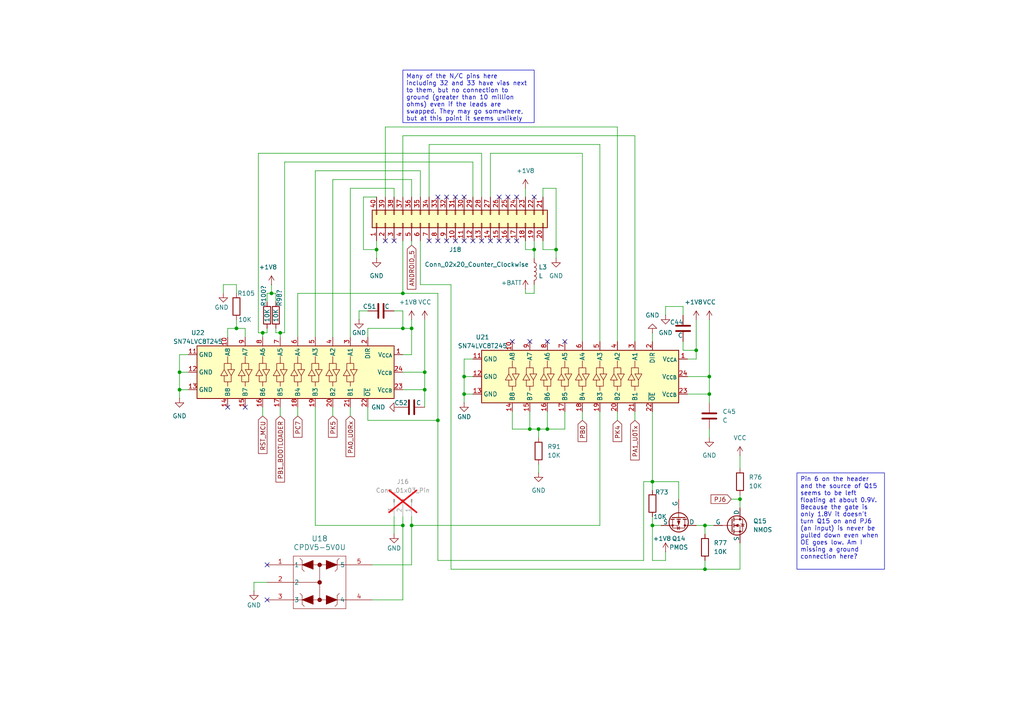
<source format=kicad_sch>
(kicad_sch (version 20250114) (generator "eeschema") (generator_version "9.0")
  (paper "A4")
  (lib_symbols
    (symbol "CPDV5:CPDV5-5V0U" (pin_names (offset 0.254))
      (property "Reference" "CR" (at 16.51 7.62 0))
      (property "Value" "CPDV5-5V0U" (at 20.32 5.08 0))
      (symbol "CPDV5-5V0U_0_1"
        (polyline (pts (xy 7.62 2.54) (xy 7.62 -12.7)) (stroke (width 0.127)))
        (polyline (pts (xy 7.62 0) (xy 22.86 0)) (stroke (width 0.127)))
        (polyline (pts (xy 7.62 -5.08) (xy 15.24 -5.08)) (stroke (width 0.127)))
        (polyline (pts (xy 7.62 -10.16) (xy 22.86 -10.16)) (stroke (width 0.127)))
        (polyline (pts (xy 7.62 -12.7) (xy 22.86 -12.7)) (stroke (width 0.127)))
        (polyline (pts (xy 10.16 1.27) (xy 9.525 1.905)) (stroke (width 0.127)))
        (polyline (pts (xy 10.16 1.27) (xy 10.16 -1.27)) (stroke (width 0.127)))
        (polyline (pts (xy 10.16 0) (xy 13.335 -1.27)) (stroke (width 0.127)))
        (polyline (pts (xy 10.16 0) (xy 13.335 1.27) (xy 13.335 -1.27)) (fill (type outline)))
        (polyline (pts (xy 10.16 -1.27) (xy 10.795 -1.905)) (stroke (width 0.127)))
        (polyline (pts (xy 10.16 -8.89) (xy 9.525 -8.255)) (stroke (width 0.127)))
        (polyline (pts (xy 10.16 -8.89) (xy 10.16 -11.43)) (stroke (width 0.127)))
        (polyline (pts (xy 10.16 -10.16) (xy 13.335 -11.43)) (stroke (width 0.127)))
        (polyline (pts (xy 10.16 -10.16) (xy 13.335 -8.89) (xy 13.335 -11.43)) (fill (type outline)))
        (polyline (pts (xy 10.16 -11.43) (xy 10.795 -12.065)) (stroke (width 0.127)))
        (polyline (pts (xy 13.335 1.27) (xy 10.16 0)) (stroke (width 0.127)))
        (polyline (pts (xy 13.335 1.27) (xy 13.335 -1.27)) (stroke (width 0.127)))
        (polyline (pts (xy 13.335 -8.89) (xy 10.16 -10.16)) (stroke (width 0.127)))
        (polyline (pts (xy 13.335 -8.89) (xy 13.335 -11.43)) (stroke (width 0.127)))
        (polyline (pts (xy 15.24 0) (xy 15.24 -10.16)) (stroke (width 0.127)))
        (circle (center 15.24 0) (radius 0.127) (stroke (width 0.508)))
        (circle (center 15.24 -5.08) (radius 0.127) (stroke (width 0.508)))
        (circle (center 15.24 -10.16) (radius 0.127) (stroke (width 0.508)))
        (polyline (pts (xy 17.145 1.27) (xy 17.145 -1.27)) (stroke (width 0.127)))
        (polyline (pts (xy 17.145 1.27) (xy 20.32 0)) (stroke (width 0.127)))
        (polyline (pts (xy 17.145 -8.89) (xy 17.145 -11.43)) (stroke (width 0.127)))
        (polyline (pts (xy 17.145 -8.89) (xy 20.32 -10.16)) (stroke (width 0.127)))
        (polyline (pts (xy 20.32 1.27) (xy 20.32 -1.27)) (stroke (width 0.127)))
        (polyline (pts (xy 20.32 1.27) (xy 20.955 1.905)) (stroke (width 0.127)))
        (polyline (pts (xy 20.32 0) (xy 17.145 -1.27)) (stroke (width 0.127)))
        (polyline (pts (xy 20.32 0) (xy 17.145 1.27) (xy 17.145 -1.27)) (fill (type outline)))
        (polyline (pts (xy 20.32 -1.27) (xy 19.685 -1.905)) (stroke (width 0.127)))
        (polyline (pts (xy 20.32 -8.89) (xy 20.32 -11.43)) (stroke (width 0.127)))
        (polyline (pts (xy 20.32 -8.89) (xy 20.955 -8.255)) (stroke (width 0.127)))
        (polyline (pts (xy 20.32 -10.16) (xy 17.145 -11.43)) (stroke (width 0.127)))
        (polyline (pts (xy 20.32 -10.16) (xy 17.145 -8.89) (xy 17.145 -11.43)) (fill (type outline)))
        (polyline (pts (xy 20.32 -11.43) (xy 19.685 -12.065)) (stroke (width 0.127)))
        (polyline (pts (xy 22.86 2.54) (xy 7.62 2.54)) (stroke (width 0.127)))
        (polyline (pts (xy 22.86 -12.7) (xy 22.86 2.54)) (stroke (width 0.127)))
        (pin unspecified line (at 0 0 0) (length 7.62) (name "1") (number "1"))
        (pin unspecified line (at 0 -5.08 0) (length 7.62) (name "2") (number "2"))
        (pin unspecified line (at 0 -10.16 0) (length 7.62) (name "3") (number "3"))
        (pin unspecified line (at 30.48 0 180) (length 7.62) (name "5") (number "5"))
        (pin unspecified line (at 30.48 -10.16 180) (length 7.62) (name "4") (number "4"))
      )
    )
    (symbol "Connector:Conn_01x03_Pin" (pin_names (offset 1.016) (hide yes))
      (property "Reference" "J" (at 0 5.08 0))
      (property "Value" "Conn_01x03_Pin" (at 0 -5.08 0))
      (symbol "Conn_01x03_Pin_1_1"
        (rectangle (start 0.8636 2.667) (end 0 2.413) (stroke (width 0.1524)) (fill (type outline)))
        (rectangle (start 0.8636 0.127) (end 0 -0.127) (stroke (width 0.1524)) (fill (type outline)))
        (rectangle (start 0.8636 -2.413) (end 0 -2.667) (stroke (width 0.1524)) (fill (type outline)))
        (polyline (pts (xy 1.27 2.54) (xy 0.8636 2.54)) (stroke (width 0.1524)))
        (polyline (pts (xy 1.27 0) (xy 0.8636 0)) (stroke (width 0.1524)))
        (polyline (pts (xy 1.27 -2.54) (xy 0.8636 -2.54)) (stroke (width 0.1524)))
        (pin passive line (at 5.08 2.54 180) (length 3.81) (name "Pin_1") (number "1"))
        (pin passive line (at 5.08 0 180) (length 3.81) (name "Pin_2") (number "2"))
        (pin passive line (at 5.08 -2.54 180) (length 3.81) (name "Pin_3") (number "3"))
      )
    )
    (symbol "Connector_Generic:Conn_02x20_Counter_Clockwise" (pin_names (offset 1.016) (hide yes))
      (property "Reference" "J" (at 1.27 25.4 0))
      (property "Value" "Conn_02x20_Counter_Clockwise" (at 1.27 -27.94 0))
      (symbol "Conn_02x20_Counter_Clockwise_1_1"
        (rectangle (start -1.27 24.13) (end 3.81 -26.67) (stroke (width 0.254)) (fill (type background)))
        (rectangle (start -1.27 22.987) (end 0 22.733) (stroke (width 0.1524)))
        (rectangle (start -1.27 20.447) (end 0 20.193) (stroke (width 0.1524)))
        (rectangle (start -1.27 17.907) (end 0 17.653) (stroke (width 0.1524)))
        (rectangle (start -1.27 15.367) (end 0 15.113) (stroke (width 0.1524)))
        (rectangle (start -1.27 12.827) (end 0 12.573) (stroke (width 0.1524)))
        (rectangle (start -1.27 10.287) (end 0 10.033) (stroke (width 0.1524)))
        (rectangle (start -1.27 7.747) (end 0 7.493) (stroke (width 0.1524)))
        (rectangle (start -1.27 5.207) (end 0 4.953) (stroke (width 0.1524)))
        (rectangle (start -1.27 2.667) (end 0 2.413) (stroke (width 0.1524)))
        (rectangle (start -1.27 0.127) (end 0 -0.127) (stroke (width 0.1524)))
        (rectangle (start -1.27 -2.413) (end 0 -2.667) (stroke (width 0.1524)))
        (rectangle (start -1.27 -4.953) (end 0 -5.207) (stroke (width 0.1524)))
        (rectangle (start -1.27 -7.493) (end 0 -7.747) (stroke (width 0.1524)))
        (rectangle (start -1.27 -10.033) (end 0 -10.287) (stroke (width 0.1524)))
        (rectangle (start -1.27 -12.573) (end 0 -12.827) (stroke (width 0.1524)))
        (rectangle (start -1.27 -15.113) (end 0 -15.367) (stroke (width 0.1524)))
        (rectangle (start -1.27 -17.653) (end 0 -17.907) (stroke (width 0.1524)))
        (rectangle (start -1.27 -20.193) (end 0 -20.447) (stroke (width 0.1524)))
        (rectangle (start -1.27 -22.733) (end 0 -22.987) (stroke (width 0.1524)))
        (rectangle (start -1.27 -25.273) (end 0 -25.527) (stroke (width 0.1524)))
        (rectangle (start 3.81 22.987) (end 2.54 22.733) (stroke (width 0.1524)))
        (rectangle (start 3.81 20.447) (end 2.54 20.193) (stroke (width 0.1524)))
        (rectangle (start 3.81 17.907) (end 2.54 17.653) (stroke (width 0.1524)))
        (rectangle (start 3.81 15.367) (end 2.54 15.113) (stroke (width 0.1524)))
        (rectangle (start 3.81 12.827) (end 2.54 12.573) (stroke (width 0.1524)))
        (rectangle (start 3.81 10.287) (end 2.54 10.033) (stroke (width 0.1524)))
        (rectangle (start 3.81 7.747) (end 2.54 7.493) (stroke (width 0.1524)))
        (rectangle (start 3.81 5.207) (end 2.54 4.953) (stroke (width 0.1524)))
        (rectangle (start 3.81 2.667) (end 2.54 2.413) (stroke (width 0.1524)))
        (rectangle (start 3.81 0.127) (end 2.54 -0.127) (stroke (width 0.1524)))
        (rectangle (start 3.81 -2.413) (end 2.54 -2.667) (stroke (width 0.1524)))
        (rectangle (start 3.81 -4.953) (end 2.54 -5.207) (stroke (width 0.1524)))
        (rectangle (start 3.81 -7.493) (end 2.54 -7.747) (stroke (width 0.1524)))
        (rectangle (start 3.81 -10.033) (end 2.54 -10.287) (stroke (width 0.1524)))
        (rectangle (start 3.81 -12.573) (end 2.54 -12.827) (stroke (width 0.1524)))
        (rectangle (start 3.81 -15.113) (end 2.54 -15.367) (stroke (width 0.1524)))
        (rectangle (start 3.81 -17.653) (end 2.54 -17.907) (stroke (width 0.1524)))
        (rectangle (start 3.81 -20.193) (end 2.54 -20.447) (stroke (width 0.1524)))
        (rectangle (start 3.81 -22.733) (end 2.54 -22.987) (stroke (width 0.1524)))
        (rectangle (start 3.81 -25.273) (end 2.54 -25.527) (stroke (width 0.1524)))
        (pin passive line (at -5.08 22.86 0) (length 3.81) (name "Pin_1") (number "1"))
        (pin passive line (at -5.08 20.32 0) (length 3.81) (name "Pin_2") (number "2"))
        (pin passive line (at -5.08 17.78 0) (length 3.81) (name "Pin_3") (number "3"))
        (pin passive line (at -5.08 15.24 0) (length 3.81) (name "Pin_4") (number "4"))
        (pin passive line (at -5.08 12.7 0) (length 3.81) (name "Pin_5") (number "5"))
        (pin passive line (at -5.08 10.16 0) (length 3.81) (name "Pin_6") (number "6"))
        (pin passive line (at -5.08 7.62 0) (length 3.81) (name "Pin_7") (number "7"))
        (pin passive line (at -5.08 5.08 0) (length 3.81) (name "Pin_8") (number "8"))
        (pin passive line (at -5.08 2.54 0) (length 3.81) (name "Pin_9") (number "9"))
        (pin passive line (at -5.08 0 0) (length 3.81) (name "Pin_10") (number "10"))
        (pin passive line (at -5.08 -2.54 0) (length 3.81) (name "Pin_11") (number "11"))
        (pin passive line (at -5.08 -5.08 0) (length 3.81) (name "Pin_12") (number "12"))
        (pin passive line (at -5.08 -7.62 0) (length 3.81) (name "Pin_13") (number "13"))
        (pin passive line (at -5.08 -10.16 0) (length 3.81) (name "Pin_14") (number "14"))
        (pin passive line (at -5.08 -12.7 0) (length 3.81) (name "Pin_15") (number "15"))
        (pin passive line (at -5.08 -15.24 0) (length 3.81) (name "Pin_16") (number "16"))
        (pin passive line (at -5.08 -17.78 0) (length 3.81) (name "Pin_17") (number "17"))
        (pin passive line (at -5.08 -20.32 0) (length 3.81) (name "Pin_18") (number "18"))
        (pin passive line (at -5.08 -22.86 0) (length 3.81) (name "Pin_19") (number "19"))
        (pin passive line (at -5.08 -25.4 0) (length 3.81) (name "Pin_20") (number "20"))
        (pin passive line (at 7.62 22.86 180) (length 3.81) (name "Pin_40") (number "40"))
        (pin passive line (at 7.62 20.32 180) (length 3.81) (name "Pin_39") (number "39"))
        (pin passive line (at 7.62 17.78 180) (length 3.81) (name "Pin_38") (number "38"))
        (pin passive line (at 7.62 15.24 180) (length 3.81) (name "Pin_37") (number "37"))
        (pin passive line (at 7.62 12.7 180) (length 3.81) (name "Pin_36") (number "36"))
        (pin passive line (at 7.62 10.16 180) (length 3.81) (name "Pin_35") (number "35"))
        (pin passive line (at 7.62 7.62 180) (length 3.81) (name "Pin_34") (number "34"))
        (pin passive line (at 7.62 5.08 180) (length 3.81) (name "Pin_33") (number "33"))
        (pin passive line (at 7.62 2.54 180) (length 3.81) (name "Pin_32") (number "32"))
        (pin passive line (at 7.62 0 180) (length 3.81) (name "Pin_31") (number "31"))
        (pin passive line (at 7.62 -2.54 180) (length 3.81) (name "Pin_30") (number "30"))
        (pin passive line (at 7.62 -5.08 180) (length 3.81) (name "Pin_29") (number "29"))
        (pin passive line (at 7.62 -7.62 180) (length 3.81) (name "Pin_28") (number "28"))
        (pin passive line (at 7.62 -10.16 180) (length 3.81) (name "Pin_27") (number "27"))
        (pin passive line (at 7.62 -12.7 180) (length 3.81) (name "Pin_26") (number "26"))
        (pin passive line (at 7.62 -15.24 180) (length 3.81) (name "Pin_25") (number "25"))
        (pin passive line (at 7.62 -17.78 180) (length 3.81) (name "Pin_24") (number "24"))
        (pin passive line (at 7.62 -20.32 180) (length 3.81) (name "Pin_23") (number "23"))
        (pin passive line (at 7.62 -22.86 180) (length 3.81) (name "Pin_22") (number "22"))
        (pin passive line (at 7.62 -25.4 180) (length 3.81) (name "Pin_21") (number "21"))
      )
    )
    (symbol "Device:C" (pin_numbers (hide yes)) (pin_names (offset 0.254))
      (property "Reference" "C" (at 0.635 2.54 0))
      (property "Value" "C" (at 0.635 -2.54 0))
      (symbol "C_0_1"
        (polyline (pts (xy -2.032 0.762) (xy 2.032 0.762)) (stroke (width 0.508)))
        (polyline (pts (xy -2.032 -0.762) (xy 2.032 -0.762)) (stroke (width 0.508)))
      )
      (symbol "C_1_1"
        (pin passive line (at 0 3.81 270) (length 2.794) (name "~") (number "1"))
        (pin passive line (at 0 -3.81 90) (length 2.794) (name "~") (number "2"))
      )
    )
    (symbol "Device:L" (pin_numbers (hide yes)) (pin_names (offset 1.016) (hide yes))
      (property "Reference" "L" (at -1.27 0 90))
      (property "Value" "L" (at 1.905 0 90))
      (symbol "L_0_1"
        (arc (start 0 2.54) (mid 0.6323 1.905) (end 0 1.27))
        (arc (start 0 1.27) (mid 0.6323 0.635) (end 0 0))
        (arc (start 0 0) (mid 0.6323 -0.635) (end 0 -1.27))
        (arc (start 0 -1.27) (mid 0.6323 -1.905) (end 0 -2.54))
      )
      (symbol "L_1_1"
        (pin passive line (at 0 3.81 270) (length 1.27) (name "1") (number "1"))
        (pin passive line (at 0 -3.81 90) (length 1.27) (name "2") (number "2"))
      )
    )
    (symbol "Device:R" (pin_numbers (hide yes)) (pin_names (offset 0))
      (property "Reference" "R" (at 2.032 0 90))
      (property "Value" "R" (at 0 0 90))
      (symbol "R_0_1"
        (rectangle (start -1.016 -2.54) (end 1.016 2.54) (stroke (width 0.254)))
      )
      (symbol "R_1_1"
        (pin passive line (at 0 3.81 270) (length 1.27) (name "~") (number "1"))
        (pin passive line (at 0 -3.81 90) (length 1.27) (name "~") (number "2"))
      )
    )
    (symbol "SN74LVC8T245_2"
      (property "Reference" "U21" (at -11.43 -25.146 90))
      (property "Value" "SN74LVC8T245" (at -8.89 -25.146 90))
      (symbol "SN74LVC8T245_2_0_1"
        (rectangle (start -7.62 31.75) (end 7.62 -25.4) (stroke (width 0.254)) (fill (type background)))
        (polyline (pts (xy -2.54 19.05) (xy -2.54 20.066) (xy -0.762 20.066)))
        (polyline (pts (xy -2.54 8.89) (xy -2.54 9.906) (xy -0.762 9.906)))
        (polyline (pts (xy -2.54 -1.27) (xy -2.54 -0.254) (xy -0.762 -0.254)))
        (polyline (pts (xy -2.54 -11.43) (xy -2.54 -10.414) (xy -0.762 -10.414)))
        (polyline (pts (xy -0.762 19.05) (xy -0.762 21.082) (xy 1.016 20.066) (xy -0.762 19.05)))
        (polyline (pts (xy -0.762 18.034) (xy -2.54 18.034) (xy -2.54 19.05) (xy -4.572 19.05)))
        (polyline (pts (xy -0.762 8.89) (xy -0.762 10.922) (xy 1.016 9.906) (xy -0.762 8.89)))
        (polyline (pts (xy -0.762 7.874) (xy -2.54 7.874) (xy -2.54 8.89) (xy -4.572 8.89)))
        (polyline (pts (xy -0.762 -1.27) (xy -0.762 0.762) (xy 1.016 -0.254) (xy -0.762 -1.27)))
        (polyline (pts (xy -0.762 -2.286) (xy -2.54 -2.286) (xy -2.54 -1.27) (xy -4.572 -1.27)))
        (polyline (pts (xy -0.762 -11.43) (xy -0.762 -9.398) (xy 1.016 -10.414) (xy -0.762 -11.43)))
        (polyline (pts (xy -0.762 -12.446) (xy -2.54 -12.446) (xy -2.54 -11.43) (xy -4.572 -11.43)))
        (polyline (pts (xy 1.016 20.066) (xy 2.794 20.066) (xy 2.794 19.05) (xy 4.064 19.05)))
        (polyline (pts (xy 1.016 19.05) (xy 1.016 17.272) (xy 1.016 17.018) (xy -0.762 18.034) (xy 1.016 19.05)))
        (polyline (pts (xy 1.016 9.906) (xy 2.794 9.906) (xy 2.794 8.89) (xy 4.064 8.89)))
        (polyline (pts (xy 1.016 8.89) (xy 1.016 7.112) (xy 1.016 6.858) (xy -0.762 7.874) (xy 1.016 8.89)))
        (polyline (pts (xy 1.016 3.81) (xy 1.016 2.032) (xy 1.016 1.778) (xy -0.762 2.794) (xy 1.016 3.81)))
        (polyline (pts (xy 1.016 -0.254) (xy 2.794 -0.254) (xy 2.794 -1.27) (xy 4.064 -1.27)))
        (polyline (pts (xy 1.016 -1.27) (xy 1.016 -3.048) (xy 1.016 -3.302) (xy -0.762 -2.286) (xy 1.016 -1.27)))
        (polyline (pts (xy 1.016 -10.414) (xy 2.794 -10.414) (xy 2.794 -11.43) (xy 4.064 -11.43)))
        (polyline (pts (xy 1.016 -11.43) (xy 1.016 -13.208) (xy 1.016 -13.462) (xy -0.762 -12.446) (xy 1.016 -11.43)))
        (polyline (pts (xy 1.016 -16.51) (xy 1.016 -18.288) (xy 1.016 -18.542) (xy -0.762 -17.526) (xy 1.016 -16.51)))
        (polyline (pts (xy 2.794 19.05) (xy 2.794 18.034) (xy 1.016 18.034)))
        (polyline (pts (xy 2.794 8.89) (xy 2.794 7.874) (xy 1.016 7.874)))
        (polyline (pts (xy 2.794 -1.27) (xy 2.794 -2.286) (xy 1.016 -2.286)))
        (polyline (pts (xy 2.794 -11.43) (xy 2.794 -12.446) (xy 1.016 -12.446)))
      )
      (symbol "SN74LVC8T245_2_1_1"
        (polyline (pts (xy -2.54 13.97) (xy -2.54 14.986) (xy -0.762 14.986)))
        (polyline (pts (xy -2.54 3.81) (xy -2.54 4.826) (xy -0.762 4.826)))
        (polyline (pts (xy -2.54 -6.35) (xy -2.54 -5.334) (xy -0.762 -5.334)))
        (polyline (pts (xy -2.54 -16.51) (xy -2.54 -15.494) (xy -0.762 -15.494)))
        (polyline (pts (xy -0.762 13.97) (xy -0.762 16.002) (xy 1.016 14.986) (xy -0.762 13.97)))
        (polyline (pts (xy -0.762 12.954) (xy -2.54 12.954) (xy -2.54 13.97) (xy -4.572 13.97)))
        (polyline (pts (xy -0.762 3.81) (xy -0.762 5.842) (xy 1.016 4.826) (xy -0.762 3.81)))
        (polyline (pts (xy -0.762 2.794) (xy -2.54 2.794) (xy -2.54 3.81) (xy -4.572 3.81)))
        (polyline (pts (xy -0.762 -6.35) (xy -0.762 -4.318) (xy 1.016 -5.334) (xy -0.762 -6.35)))
        (polyline (pts (xy -0.762 -7.366) (xy -2.54 -7.366) (xy -2.54 -6.35) (xy -4.572 -6.35)))
        (polyline (pts (xy -0.762 -16.51) (xy -0.762 -14.478) (xy 1.016 -15.494) (xy -0.762 -16.51)))
        (polyline (pts (xy -0.762 -17.526) (xy -2.54 -17.526) (xy -2.54 -16.51) (xy -4.572 -16.51)))
        (polyline (pts (xy 1.016 14.986) (xy 2.794 14.986) (xy 2.794 13.97) (xy 4.064 13.97)))
        (polyline (pts (xy 1.016 13.97) (xy 1.016 12.192) (xy 1.016 11.938) (xy -0.762 12.954) (xy 1.016 13.97)))
        (polyline (pts (xy 1.016 4.826) (xy 2.794 4.826) (xy 2.794 3.81) (xy 4.064 3.81)))
        (polyline (pts (xy 1.016 -5.334) (xy 2.794 -5.334) (xy 2.794 -6.35) (xy 4.064 -6.35)))
        (polyline (pts (xy 1.016 -6.35) (xy 1.016 -8.128) (xy 1.016 -8.382) (xy -0.762 -7.366) (xy 1.016 -6.35)))
        (polyline (pts (xy 1.016 -15.494) (xy 2.794 -15.494) (xy 2.794 -16.51) (xy 4.064 -16.51)))
        (polyline (pts (xy 2.794 13.97) (xy 2.794 12.954) (xy 1.016 12.954)))
        (polyline (pts (xy 2.794 3.81) (xy 2.794 2.794) (xy 1.016 2.794)))
        (polyline (pts (xy 2.794 -6.35) (xy 2.794 -7.366) (xy 1.016 -7.366)))
        (polyline (pts (xy 2.794 -16.51) (xy 2.794 -17.526) (xy 1.016 -17.526)))
        (pin input line (at -10.16 24.13 0) (length 2.54) (name "DIR") (number "2"))
        (pin bidirectional line (at -10.16 19.05 0) (length 2.54) (name "A1") (number "3"))
        (pin bidirectional line (at -10.16 13.97 0) (length 2.54) (name "A2") (number "4"))
        (pin bidirectional line (at -10.16 8.89 0) (length 2.54) (name "A3") (number "5"))
        (pin bidirectional line (at -10.16 3.81 0) (length 2.54) (name "A4") (number "6"))
        (pin bidirectional line (at -10.16 -1.27 0) (length 2.54) (name "A5") (number "7"))
        (pin bidirectional line (at -10.16 -6.35 0) (length 2.54) (name "A6") (number "8"))
        (pin bidirectional line (at -10.16 -11.43 0) (length 2.54) (name "A7") (number "9"))
        (pin bidirectional line (at -10.16 -16.51 0) (length 2.54) (name "A8") (number "10"))
        (pin power_in line (at -5.08 34.29 270) (length 2.54) (name "V_{CCA}") (number "1"))
        (pin power_in line (at -5.08 -27.94 90) (length 2.54) (name "GND") (number "11"))
        (pin power_in line (at 0 34.29 270) (length 2.54) (name "V_{CCB}") (number "24"))
        (pin power_in line (at 0 -27.94 90) (length 2.54) (name "GND") (number "12"))
        (pin power_in line (at 5.08 34.29 270) (length 2.54) (name "V_{CCB}") (number "23"))
        (pin power_in line (at 5.08 -27.94 90) (length 2.54) (name "GND") (number "13"))
        (pin input line (at 10.16 24.13 180) (length 2.54) (name "~{OE}") (number "22"))
        (pin bidirectional line (at 10.16 19.05 180) (length 2.54) (name "B1") (number "21"))
        (pin bidirectional line (at 10.16 13.97 180) (length 2.54) (name "B2") (number "20"))
        (pin bidirectional line (at 10.16 8.89 180) (length 2.54) (name "B3") (number "19"))
        (pin bidirectional line (at 10.16 3.81 180) (length 2.54) (name "B4") (number "18"))
        (pin bidirectional line (at 10.16 -1.27 180) (length 2.54) (name "B5") (number "17"))
        (pin bidirectional line (at 10.16 -6.35 180) (length 2.54) (name "B6") (number "16"))
        (pin bidirectional line (at 10.16 -11.43 180) (length 2.54) (name "B7") (number "15"))
        (pin bidirectional line (at 10.16 -16.51 180) (length 2.54) (name "B8") (number "14"))
      )
    )
    (symbol "Simulation_SPICE:NMOS" (pin_numbers (hide yes)) (pin_names (offset 0))
      (property "Reference" "Q" (at 5.08 1.27 0))
      (property "Value" "NMOS" (at 5.08 -1.27 0))
      (symbol "NMOS_0_1"
        (polyline (pts (xy 0.254 1.905) (xy 0.254 -1.905)) (stroke (width 0.254)))
        (polyline (pts (xy 0.254 0) (xy -2.54 0)))
        (polyline (pts (xy 0.762 2.286) (xy 0.762 1.27)) (stroke (width 0.254)))
        (polyline (pts (xy 0.762 0.508) (xy 0.762 -0.508)) (stroke (width 0.254)))
        (polyline (pts (xy 0.762 -1.27) (xy 0.762 -2.286)) (stroke (width 0.254)))
        (polyline (pts (xy 0.762 -1.778) (xy 3.302 -1.778) (xy 3.302 1.778) (xy 0.762 1.778)))
        (polyline (pts (xy 1.016 0) (xy 2.032 0.381) (xy 2.032 -0.381) (xy 1.016 0)) (fill (type outline)))
        (circle (center 1.651 0) (radius 2.794) (stroke (width 0.254)))
        (polyline (pts (xy 2.54 2.54) (xy 2.54 1.778)))
        (circle (center 2.54 1.778) (radius 0.254) (fill (type outline)))
        (circle (center 2.54 -1.778) (radius 0.254) (fill (type outline)))
        (polyline (pts (xy 2.54 -2.54) (xy 2.54 0) (xy 0.762 0)))
        (polyline (pts (xy 2.794 0.508) (xy 2.921 0.381) (xy 3.683 0.381) (xy 3.81 0.254)))
        (polyline (pts (xy 3.302 0.381) (xy 2.921 -0.254) (xy 3.683 -0.254) (xy 3.302 0.381)))
      )
      (symbol "NMOS_1_1"
        (pin input line (at -5.08 0 0) (length 2.54) (name "G") (number "2"))
        (pin passive line (at 2.54 5.08 270) (length 2.54) (name "D") (number "1"))
        (pin passive line (at 2.54 -5.08 90) (length 2.54) (name "S") (number "3"))
      )
    )
    (symbol "Simulation_SPICE:PMOS" (pin_numbers (hide yes)) (pin_names (offset 0))
      (property "Reference" "Q" (at 5.08 1.27 0))
      (property "Value" "PMOS" (at 5.08 -1.27 0))
      (symbol "PMOS_0_1"
        (polyline (pts (xy 0.254 1.905) (xy 0.254 -1.905)) (stroke (width 0.254)))
        (polyline (pts (xy 0.254 0) (xy -2.54 0)))
        (polyline (pts (xy 0.762 2.286) (xy 0.762 1.27)) (stroke (width 0.254)))
        (polyline (pts (xy 0.762 1.778) (xy 3.302 1.778) (xy 3.302 -1.778) (xy 0.762 -1.778)))
        (polyline (pts (xy 0.762 0.508) (xy 0.762 -0.508)) (stroke (width 0.254)))
        (polyline (pts (xy 0.762 -1.27) (xy 0.762 -2.286)) (stroke (width 0.254)))
        (circle (center 1.651 0) (radius 2.794) (stroke (width 0.254)))
        (polyline (pts (xy 2.286 0) (xy 1.27 0.381) (xy 1.27 -0.381) (xy 2.286 0)) (fill (type outline)))
        (polyline (pts (xy 2.54 2.54) (xy 2.54 1.778)))
        (circle (center 2.54 1.778) (radius 0.254) (fill (type outline)))
        (circle (center 2.54 -1.778) (radius 0.254) (fill (type outline)))
        (polyline (pts (xy 2.54 -2.54) (xy 2.54 0) (xy 0.762 0)))
        (polyline (pts (xy 2.794 -0.508) (xy 2.921 -0.381) (xy 3.683 -0.381) (xy 3.81 -0.254)))
        (polyline (pts (xy 3.302 -0.381) (xy 2.921 0.254) (xy 3.683 0.254) (xy 3.302 -0.381)))
      )
      (symbol "PMOS_1_1"
        (pin input line (at -5.08 0 0) (length 2.54) (name "G") (number "2"))
        (pin passive line (at 2.54 5.08 270) (length 2.54) (name "D") (number "1"))
        (pin passive line (at 2.54 -5.08 90) (length 2.54) (name "S") (number "3"))
      )
    )
    (symbol "power:+1V8" (power) (pin_numbers (hide yes)) (pin_names (offset 0) (hide yes))
      (property "Value" "+1V8" (at 0 3.556 0))
      (symbol "+1V8_0_1"
        (polyline (pts (xy -0.762 1.27) (xy 0 2.54)))
        (polyline (pts (xy 0 2.54) (xy 0.762 1.27)))
        (polyline (pts (xy 0 0) (xy 0 2.54)))
      )
      (symbol "+1V8_1_1"
        (pin power_in line (at 0 0 90) (length 0) (name "~") (number "1"))
      )
    )
    (symbol "power:+BATT" (power) (pin_numbers (hide yes)) (pin_names (offset 0) (hide yes))
      (property "Value" "+BATT" (at 0 3.556 0))
      (symbol "+BATT_0_1"
        (polyline (pts (xy -0.762 1.27) (xy 0 2.54)))
        (polyline (pts (xy 0 2.54) (xy 0.762 1.27)))
        (polyline (pts (xy 0 0) (xy 0 2.54)))
      )
      (symbol "+BATT_1_1"
        (pin power_in line (at 0 0 90) (length 0) (name "~") (number "1"))
      )
    )
    (symbol "power:GND" (power) (pin_numbers (hide yes)) (pin_names (offset 0) (hide yes))
      (property "Value" "GND" (at 0 -3.81 0))
      (symbol "GND_0_1"
        (polyline (pts (xy 0 0) (xy 0 -1.27) (xy 1.27 -1.27) (xy 0 -2.54) (xy -1.27 -1.27) (xy 0 -1.27)))
      )
      (symbol "GND_1_1"
        (pin power_in line (at 0 0 270) (length 0) (name "~") (number "1"))
      )
    )
    (symbol "power:VCC" (power) (pin_numbers (hide yes)) (pin_names (offset 0) (hide yes))
      (property "Value" "VCC" (at 0 3.556 0))
      (symbol "VCC_0_1"
        (polyline (pts (xy -0.762 1.27) (xy 0 2.54)))
        (polyline (pts (xy 0 2.54) (xy 0.762 1.27)))
        (polyline (pts (xy 0 0) (xy 0 2.54)))
      )
      (symbol "VCC_1_1"
        (pin power_in line (at 0 0 90) (length 0) (name "~") (number "1"))
      )
    )
  )
  (text_box "Many of the N/C pins here including 32 and 33 have vias next to them, but no connection to ground (greater than 10 million ohms) even if the leads are swapped. They may go somewhere, but at this point it seems unlikely" (at 116.84 20.32 0) (size 38.1 15.24) (margins 0.9525 0.9525 0.9525 0.9525) (effects (font (size 1.27 1.27)) (justify left top)))
  (text_box "Pin 6 on the header and the source of Q15 seems to be left floating at about 0.9V. Because the gate is only 1.8V it doesn't turn Q15 on and PJ6 (an input) is never be pulled down even when OE goes low. Am I missing a ground connection here?" (at 231.14 137.16 0) (size 25.4 27.94) (margins 0.9525 0.9525 0.9525 0.9525) (effects (font (size 1.27 1.27)) (justify left top)))
  (junction (at 201.93 101.6))
  (junction (at 189.23 152.4))
  (junction (at 52.07 107.95))
  (junction (at 119.38 152.4))
  (junction (at 119.38 95.25))
  (junction (at 204.47 165.1))
  (junction (at 81.28 96.52))
  (junction (at 116.84 95.25))
  (junction (at 116.84 85.09))
  (junction (at 76.2 96.52))
  (junction (at 214.63 144.78))
  (junction (at 205.74 114.3))
  (junction (at 205.74 109.22))
  (junction (at 68.58 95.25))
  (junction (at 134.62 109.22))
  (junction (at 153.67 124.46))
  (junction (at 161.29 72.39))
  (junction (at 189.23 139.7))
  (junction (at 116.84 152.4))
  (junction (at 204.47 152.4))
  (junction (at 123.19 107.95))
  (junction (at 127 121.92))
  (junction (at 154.94 72.39))
  (junction (at 52.07 113.03))
  (junction (at 158.75 124.46))
  (junction (at 123.19 113.03))
  (junction (at 78.74 85.09))
  (junction (at 109.22 72.39))
  (junction (at 134.62 114.3))
  (junction (at 156.21 124.46))
  (no_connect (at 148.59 99.06))
  (no_connect (at 129.54 69.85))
  (no_connect (at 132.08 69.85))
  (no_connect (at 134.62 69.85))
  (no_connect (at 77.47 173.99))
  (no_connect (at 114.3 69.85))
  (no_connect (at 77.47 163.83))
  (no_connect (at 149.86 57.15))
  (no_connect (at 158.75 99.06))
  (no_connect (at 154.94 57.15))
  (no_connect (at 153.67 99.06))
  (no_connect (at 142.24 69.85))
  (no_connect (at 137.16 69.85))
  (no_connect (at 127 69.85))
  (no_connect (at 127 57.15))
  (no_connect (at 139.7 69.85))
  (no_connect (at 129.54 57.15))
  (no_connect (at 144.78 69.85))
  (no_connect (at 147.32 69.85))
  (no_connect (at 144.78 57.15))
  (no_connect (at 149.86 69.85))
  (no_connect (at 147.32 57.15))
  (no_connect (at 132.08 57.15))
  (no_connect (at 66.04 118.11))
  (no_connect (at 163.83 99.06))
  (no_connect (at 71.12 118.11))
  (no_connect (at 111.76 69.85))
  (no_connect (at 124.46 69.85))
  (no_connect (at 134.62 57.15))
  (wire (pts (xy 64.77 82.55) (xy 64.77 85.09)))
  (wire (pts (xy 121.92 69.85) (xy 121.92 82.55)))
  (wire (pts (xy 204.47 152.4) (xy 207.01 152.4)))
  (wire (pts (xy 148.59 124.46) (xy 153.67 124.46)))
  (wire (pts (xy 214.63 147.32) (xy 214.63 144.78)))
  (wire (pts (xy 116.84 107.95) (xy 123.19 107.95)))
  (wire (pts (xy 189.23 149.86) (xy 189.23 152.4)))
  (wire (pts (xy 86.36 118.11) (xy 86.36 120.65)))
  (wire (pts (xy 189.23 96.52) (xy 189.23 99.06)))
  (wire (pts (xy 130.81 165.1) (xy 204.47 165.1)))
  (wire (pts (xy 205.74 124.46) (xy 205.74 127)))
  (wire (pts (xy 201.93 152.4) (xy 204.47 152.4)))
  (wire (pts (xy 81.28 96.52) (xy 81.28 97.79)))
  (wire (pts (xy 101.6 118.11) (xy 101.6 120.65)))
  (wire (pts (xy 205.74 114.3) (xy 205.74 109.22)))
  (wire (pts (xy 157.48 72.39) (xy 161.29 72.39)))
  (wire (pts (xy 161.29 72.39) (xy 161.29 74.93)))
  (wire (pts (xy 116.84 113.03) (xy 123.19 113.03)))
  (wire (pts (xy 212.09 144.78) (xy 214.63 144.78)))
  (wire (pts (xy 199.39 114.3) (xy 205.74 114.3)))
  (wire (pts (xy 168.91 44.45) (xy 168.91 99.06)))
  (wire (pts (xy 196.85 139.7) (xy 189.23 139.7)))
  (wire (pts (xy 179.07 36.83) (xy 111.76 36.83)))
  (wire (pts (xy 82.55 96.52) (xy 82.55 46.99)))
  (wire (pts (xy 119.38 152.4) (xy 173.99 152.4)))
  (wire (pts (xy 73.66 168.91) (xy 77.47 168.91)))
  (wire (pts (xy 204.47 152.4) (xy 204.47 154.94)))
  (wire (pts (xy 52.07 113.03) (xy 52.07 115.57)))
  (wire (pts (xy 137.16 104.14) (xy 134.62 104.14)))
  (wire (pts (xy 158.75 119.38) (xy 158.75 124.46)))
  (wire (pts (xy 153.67 119.38) (xy 153.67 124.46)))
  (wire (pts (xy 127 85.09) (xy 127 121.92)))
  (wire (pts (xy 106.68 121.92) (xy 127 121.92)))
  (wire (pts (xy 77.47 85.09) (xy 78.74 85.09)))
  (wire (pts (xy 157.48 57.15) (xy 157.48 54.61)))
  (wire (pts (xy 184.15 119.38) (xy 184.15 121.92)))
  (wire (pts (xy 86.36 97.79) (xy 86.36 85.09)))
  (wire (pts (xy 121.92 49.53) (xy 121.92 57.15)))
  (wire (pts (xy 186.69 162.56) (xy 127 162.56)))
  (wire (pts (xy 68.58 95.25) (xy 71.12 95.25)))
  (wire (pts (xy 168.91 119.38) (xy 168.91 121.92)))
  (wire (pts (xy 77.47 96.52) (xy 76.2 96.52)))
  (wire (pts (xy 173.99 99.06) (xy 173.99 41.91)))
  (wire (pts (xy 76.2 118.11) (xy 76.2 120.65)))
  (wire (pts (xy 134.62 104.14) (xy 134.62 109.22)))
  (wire (pts (xy 107.95 173.99) (xy 116.84 173.99)))
  (wire (pts (xy 119.38 92.71) (xy 119.38 95.25)))
  (wire (pts (xy 109.22 72.39) (xy 105.41 72.39)))
  (wire (pts (xy 134.62 114.3) (xy 134.62 116.84)))
  (wire (pts (xy 157.48 72.39) (xy 157.48 69.85)))
  (wire (pts (xy 116.84 95.25) (xy 119.38 95.25)))
  (wire (pts (xy 109.22 74.93) (xy 109.22 72.39)))
  (wire (pts (xy 105.41 57.15) (xy 105.41 72.39)))
  (wire (pts (xy 137.16 109.22) (xy 134.62 109.22)))
  (wire (pts (xy 154.94 85.09) (xy 152.4 85.09)))
  (wire (pts (xy 139.7 44.45) (xy 139.7 57.15)))
  (wire (pts (xy 116.84 102.87) (xy 119.38 102.87)))
  (wire (pts (xy 119.38 163.83) (xy 119.38 152.4)))
  (wire (pts (xy 205.74 92.71) (xy 205.74 109.22)))
  (wire (pts (xy 106.68 118.11) (xy 106.68 121.92)))
  (wire (pts (xy 91.44 49.53) (xy 121.92 49.53)))
  (wire (pts (xy 82.55 46.99) (xy 137.16 46.99)))
  (wire (pts (xy 116.84 39.37) (xy 116.84 57.15)))
  (wire (pts (xy 109.22 69.85) (xy 109.22 72.39)))
  (wire (pts (xy 101.6 54.61) (xy 114.3 54.61)))
  (wire (pts (xy 106.68 95.25) (xy 116.84 95.25)))
  (wire (pts (xy 109.22 57.15) (xy 105.41 57.15)))
  (wire (pts (xy 78.74 85.09) (xy 80.01 85.09)))
  (wire (pts (xy 184.15 39.37) (xy 116.84 39.37)))
  (wire (pts (xy 173.99 41.91) (xy 124.46 41.91)))
  (wire (pts (xy 116.84 152.4) (xy 116.84 173.99)))
  (wire (pts (xy 189.23 139.7) (xy 189.23 142.24)))
  (wire (pts (xy 214.63 132.08) (xy 214.63 135.89)))
  (wire (pts (xy 198.12 101.6) (xy 201.93 101.6)))
  (wire (pts (xy 91.44 49.53) (xy 91.44 97.79)))
  (wire (pts (xy 52.07 102.87) (xy 52.07 107.95)))
  (wire (pts (xy 152.4 85.09) (xy 152.4 83.82)))
  (wire (pts (xy 68.58 85.09) (xy 68.58 82.55)))
  (wire (pts (xy 201.93 92.71) (xy 201.93 101.6)))
  (wire (pts (xy 123.19 92.71) (xy 123.19 107.95)))
  (wire (pts (xy 156.21 124.46) (xy 156.21 127)))
  (wire (pts (xy 78.74 82.55) (xy 78.74 85.09)))
  (wire (pts (xy 142.24 44.45) (xy 168.91 44.45)))
  (wire (pts (xy 80.01 95.25) (xy 80.01 96.52)))
  (wire (pts (xy 76.2 96.52) (xy 76.2 97.79)))
  (wire (pts (xy 116.84 69.85) (xy 116.84 85.09)))
  (wire (pts (xy 199.39 109.22) (xy 205.74 109.22)))
  (wire (pts (xy 161.29 54.61) (xy 161.29 72.39)))
  (wire (pts (xy 66.04 95.25) (xy 66.04 97.79)))
  (wire (pts (xy 189.23 139.7) (xy 186.69 139.7)))
  (wire (pts (xy 204.47 165.1) (xy 214.63 165.1)))
  (wire (pts (xy 119.38 69.85) (xy 119.38 71.12)))
  (wire (pts (xy 54.61 102.87) (xy 52.07 102.87)))
  (wire (pts (xy 106.68 97.79) (xy 106.68 95.25)))
  (wire (pts (xy 196.85 144.78) (xy 196.85 139.7)))
  (wire (pts (xy 77.47 87.63) (xy 77.47 85.09)))
  (wire (pts (xy 74.93 96.52) (xy 74.93 44.45)))
  (wire (pts (xy 101.6 54.61) (xy 101.6 97.79)))
  (wire (pts (xy 66.04 95.25) (xy 68.58 95.25)))
  (wire (pts (xy 116.84 152.4) (xy 116.84 149.86)))
  (wire (pts (xy 214.63 165.1) (xy 214.63 157.48)))
  (wire (pts (xy 96.52 52.07) (xy 119.38 52.07)))
  (wire (pts (xy 119.38 149.86) (xy 119.38 152.4)))
  (wire (pts (xy 119.38 95.25) (xy 119.38 102.87)))
  (wire (pts (xy 214.63 143.51) (xy 214.63 144.78)))
  (wire (pts (xy 80.01 96.52) (xy 81.28 96.52)))
  (wire (pts (xy 123.19 113.03) (xy 123.19 118.11)))
  (wire (pts (xy 86.36 85.09) (xy 116.84 85.09)))
  (wire (pts (xy 198.12 99.06) (xy 198.12 101.6)))
  (wire (pts (xy 137.16 46.99) (xy 137.16 57.15)))
  (wire (pts (xy 201.93 101.6) (xy 201.93 104.14)))
  (wire (pts (xy 111.76 36.83) (xy 111.76 57.15)))
  (wire (pts (xy 173.99 152.4) (xy 173.99 119.38)))
  (wire (pts (xy 154.94 72.39) (xy 154.94 69.85)))
  (wire (pts (xy 91.44 152.4) (xy 116.84 152.4)))
  (wire (pts (xy 184.15 99.06) (xy 184.15 39.37)))
  (wire (pts (xy 204.47 162.56) (xy 204.47 165.1)))
  (wire (pts (xy 127 162.56) (xy 127 121.92)))
  (wire (pts (xy 134.62 109.22) (xy 134.62 114.3)))
  (wire (pts (xy 179.07 99.06) (xy 179.07 36.83)))
  (wire (pts (xy 163.83 124.46) (xy 163.83 119.38)))
  (wire (pts (xy 114.3 149.86) (xy 114.3 154.94)))
  (wire (pts (xy 148.59 119.38) (xy 148.59 124.46)))
  (wire (pts (xy 114.3 54.61) (xy 114.3 57.15)))
  (wire (pts (xy 154.94 85.09) (xy 154.94 82.55)))
  (wire (pts (xy 179.07 119.38) (xy 179.07 121.92)))
  (wire (pts (xy 116.84 90.17) (xy 116.84 95.25)))
  (wire (pts (xy 205.74 114.3) (xy 205.74 116.84)))
  (wire (pts (xy 158.75 124.46) (xy 163.83 124.46)))
  (wire (pts (xy 123.19 113.03) (xy 123.19 107.95)))
  (wire (pts (xy 152.4 72.39) (xy 154.94 72.39)))
  (wire (pts (xy 186.69 139.7) (xy 186.69 162.56)))
  (wire (pts (xy 154.94 72.39) (xy 154.94 74.93)))
  (wire (pts (xy 156.21 134.62) (xy 156.21 137.16)))
  (wire (pts (xy 74.93 44.45) (xy 139.7 44.45)))
  (wire (pts (xy 76.2 96.52) (xy 74.93 96.52)))
  (wire (pts (xy 134.62 114.3) (xy 137.16 114.3)))
  (wire (pts (xy 189.23 119.38) (xy 189.23 139.7)))
  (wire (pts (xy 198.12 88.9) (xy 193.04 88.9)))
  (wire (pts (xy 193.04 160.02) (xy 193.04 162.56)))
  (wire (pts (xy 119.38 52.07) (xy 119.38 57.15)))
  (wire (pts (xy 201.93 104.14) (xy 199.39 104.14)))
  (wire (pts (xy 54.61 107.95) (xy 52.07 107.95)))
  (wire (pts (xy 152.4 54.61) (xy 152.4 57.15)))
  (wire (pts (xy 71.12 97.79) (xy 71.12 95.25)))
  (wire (pts (xy 52.07 113.03) (xy 54.61 113.03)))
  (wire (pts (xy 91.44 118.11) (xy 91.44 152.4)))
  (wire (pts (xy 158.75 124.46) (xy 156.21 124.46)))
  (wire (pts (xy 52.07 107.95) (xy 52.07 113.03)))
  (wire (pts (xy 80.01 85.09) (xy 80.01 87.63)))
  (wire (pts (xy 73.66 168.91) (xy 73.66 171.45)))
  (wire (pts (xy 104.14 90.17) (xy 104.14 92.71)))
  (wire (pts (xy 152.4 69.85) (xy 152.4 72.39)))
  (wire (pts (xy 198.12 91.44) (xy 198.12 88.9)))
  (wire (pts (xy 116.84 85.09) (xy 127 85.09)))
  (wire (pts (xy 96.52 118.11) (xy 96.52 120.65)))
  (wire (pts (xy 68.58 82.55) (xy 64.77 82.55)))
  (wire (pts (xy 107.95 163.83) (xy 119.38 163.83)))
  (wire (pts (xy 156.21 124.46) (xy 153.67 124.46)))
  (wire (pts (xy 96.52 52.07) (xy 96.52 97.79)))
  (wire (pts (xy 189.23 162.56) (xy 193.04 162.56)))
  (wire (pts (xy 157.48 54.61) (xy 161.29 54.61)))
  (wire (pts (xy 77.47 95.25) (xy 77.47 96.52)))
  (wire (pts (xy 189.23 162.56) (xy 189.23 152.4)))
  (wire (pts (xy 114.3 90.17) (xy 116.84 90.17)))
  (wire (pts (xy 130.81 82.55) (xy 130.81 165.1)))
  (wire (pts (xy 81.28 118.11) (xy 81.28 120.65)))
  (wire (pts (xy 191.77 152.4) (xy 189.23 152.4)))
  (wire (pts (xy 124.46 41.91) (xy 124.46 57.15)))
  (wire (pts (xy 68.58 92.71) (xy 68.58 95.25)))
  (wire (pts (xy 193.04 88.9) (xy 193.04 91.44)))
  (wire (pts (xy 142.24 57.15) (xy 142.24 44.45)))
  (wire (pts (xy 81.28 96.52) (xy 82.55 96.52)))
  (wire (pts (xy 106.68 90.17) (xy 104.14 90.17)))
  (wire (pts (xy 121.92 82.55) (xy 130.81 82.55)))
  (global_label "PC7" (shape input) (at 86.36 120.65 270) (property "Intersheetrefs" "${INTERSHEET_REFS}" (effects (hide yes))))
  (global_label "RST_MCU" (shape input) (at 76.2 120.65 270) (property "Intersheetrefs" "${INTERSHEET_REFS}" (effects (hide yes))))
  (global_label "PA1_U0Tx" (shape input) (at 184.15 121.92 270) (property "Intersheetrefs" "${INTERSHEET_REFS}" (effects (hide yes))))
  (global_label "PA0_U0Rx" (shape input) (at 101.6 120.65 270) (property "Intersheetrefs" "${INTERSHEET_REFS}" (effects (hide yes))))
  (global_label "PB0" (shape input) (at 168.91 121.92 270) (property "Intersheetrefs" "${INTERSHEET_REFS}" (effects (hide yes))))
  (global_label "PJ6" (shape input) (at 212.09 144.78 180) (property "Intersheetrefs" "${INTERSHEET_REFS}" (effects (hide yes))))
  (global_label "PB1_BOOTLOADER" (shape input) (at 81.28 120.65 270) (property "Intersheetrefs" "${INTERSHEET_REFS}" (effects (hide yes))))
  (global_label "PK4" (shape input) (at 179.07 121.92 270) (property "Intersheetrefs" "${INTERSHEET_REFS}" (effects (hide yes))))
  (global_label "PK5" (shape input) (at 96.52 120.65 270) (property "Intersheetrefs" "${INTERSHEET_REFS}" (effects (hide yes))))
  (global_label "ANDROID_5" (shape input) (at 119.38 71.12 270) (property "Intersheetrefs" "${INTERSHEET_REFS}" (effects (hide yes))))
  (symbol (lib_id "Simulation_SPICE:NMOS") (at 212.09 152.4 0) (unit 1)
    (property "Reference" "Q15" (at 218.44 151.1299 0) (effects (justify left)))
    (property "Value" "NMOS" (at 218.44 153.6699 0) (effects (justify left)))
    (property "Datasheet" "https://ngspice.sourceforge.io/docs/ngspice-html-manual/manual.xhtml#cha_MOSFETs" (effects (hide yes)))
    (property "Description" "N-MOSFET transistor, drain/source/gate" (effects (hide yes)))
    (property "Sim.Device" "NMOS" (effects (hide yes)))
    (property "Sim.Type" "VDMOS" (effects (hide yes)))
    (property "Sim.Pins" "1=D 2=G 3=S" (effects (hide yes)))
  )
  (symbol (lib_id "Device:C") (at 198.12 95.25 0) (unit 1)
    (property "Reference" "C44" (at 194.31 93.472 0) (effects (justify left)))
    (property "Value" "C" (at 196.596 97.282 0) (effects (justify left)))
    (property "Description" "Unpolarized capacitor" (effects (hide yes)))
  )
  (symbol (lib_id "Device:R") (at 156.21 130.81 0) (unit 1)
    (property "Reference" "R91" (at 158.75 129.5399 0) (effects (justify left)))
    (property "Value" "10K" (at 158.75 132.0799 0) (effects (justify left)))
    (property "Description" "Resistor" (effects (hide yes)))
  )
  (symbol (lib_id "power:GND") (at 115.57 118.11 270) (unit 1)
    (property "Reference" "#PWR0240" (effects (hide yes)))
    (property "Value" "GND" (at 111.76 118.1099 90) (effects (justify right)))
    (property "Description" "Power symbol creates a global label with name \"GND\" , ground" (effects (hide yes)))
  )
  (symbol (lib_id "Connector:Conn_01x03_Pin") (at 116.84 144.78 270) (unit 1) (dnp yes)
    (property "Reference" "J16" (at 116.84 139.7 90))
    (property "Value" "Conn_01x03_Pin" (at 116.84 142.24 90))
    (property "Description" "Generic connector, single row, 01x03, script generated" (effects (hide yes)))
  )
  (symbol (lib_id "Device:R") (at 189.23 146.05 180) (unit 1)
    (property "Reference" "R73" (at 189.992 142.748 0) (effects (justify right)))
    (property "Value" "10K" (at 189.484 149.86 0) (effects (justify right)))
    (property "Description" "Resistor" (effects (hide yes)))
  )
  (symbol (lib_id "Connector_Generic:Conn_02x20_Counter_Clockwise") (at 132.08 64.77 90) (unit 1)
    (property "Reference" "J18" (at 133.858 72.39 90) (effects (justify left)))
    (property "Value" "Conn_02x20_Counter_Clockwise" (at 153.416 76.708 90) (effects (justify left)))
    (property "Description" "Generic connector, double row, 02x20, counter clockwise pin numbering scheme (similar to DIP package numbering), script generated (kicad-library-utils/schlib/autogen/connector/)" (effects (hide yes)))
  )
  (symbol (lib_id "power:+1V8") (at 119.38 92.71 0) (unit 1)
    (property "Reference" "#PWR0232" (effects (hide yes)))
    (property "Value" "+1V8" (at 118.364 87.63 0))
    (property "Description" "Power symbol creates a global label with name \"+1V8\"" (effects (hide yes)))
  )
  (symbol (lib_id "Simulation_SPICE:PMOS") (at 196.85 149.86 270) (unit 1)
    (property "Reference" "Q14" (at 196.85 156.21 90))
    (property "Value" "PMOS" (at 196.85 158.75 90))
    (property "Datasheet" "https://ngspice.sourceforge.io/docs/ngspice-html-manual/manual.xhtml#cha_MOSFETs" (effects (hide yes)))
    (property "Description" "P-MOSFET transistor, drain/source/gate" (effects (hide yes)))
    (property "Sim.Device" "PMOS" (effects (hide yes)))
    (property "Sim.Type" "VDMOS" (effects (hide yes)))
    (property "Sim.Pins" "1=D 2=G 3=S" (effects (hide yes)))
  )
  (symbol (lib_id "power:GND") (at 193.04 91.44 0) (unit 1)
    (property "Reference" "#PWR0241" (effects (hide yes)))
    (property "Value" "GND" (at 193.04 96.52 0))
    (property "Description" "Power symbol creates a global label with name \"GND\" , ground" (effects (hide yes)))
  )
  (symbol (lib_id "CPDV5:CPDV5-5V0U") (at 77.47 163.83 0) (unit 1)
    (property "Reference" "U18" (at 92.71 156.21 0) (effects (font (size 1.524 1.524))))
    (property "Value" "CPDV5-5V0U" (at 92.71 158.75 0) (effects (font (size 1.524 1.524))))
    (property "Footprint" "SOT353_CPDV5_CIP" (effects (hide yes)))
    (property "Datasheet" "CPDV5-5V0U" (effects (hide yes)))
  )
  (symbol (lib_id "power:GND") (at 134.62 116.84 0) (unit 1)
    (property "Reference" "#PWR0229" (effects (hide yes)))
    (property "Value" "GND" (at 134.62 120.904 0))
    (property "Description" "Power symbol creates a global label with name \"GND\" , ground" (effects (hide yes)))
  )
  (symbol (lib_id "power:+1V8") (at 152.4 54.61 0) (unit 1)
    (property "Reference" "#PWR0230" (effects (hide yes)))
    (property "Value" "+1V8" (at 152.4 49.53 0))
    (property "Description" "Power symbol creates a global label with name \"+1V8\"" (effects (hide yes)))
  )
  (symbol (lib_id "power:GND") (at 114.3 154.94 0) (unit 1)
    (property "Reference" "#PWR0248" (effects (hide yes)))
    (property "Value" "GND" (at 114.3 159.004 0))
    (property "Description" "Power symbol creates a global label with name \"GND\" , ground" (effects (hide yes)))
  )
  (symbol (lib_id "power:VCC") (at 205.74 92.71 0) (unit 1)
    (property "Reference" "#PWR0233" (effects (hide yes)))
    (property "Value" "VCC" (at 205.74 87.63 0))
    (property "Description" "Power symbol creates a global label with name \"VCC\"" (effects (hide yes)))
  )
  (symbol (lib_id "power:GND") (at 189.23 96.52 180) (unit 1)
    (property "Reference" "#PWR0235" (effects (hide yes)))
    (property "Value" "GND" (at 189.23 91.44 0))
    (property "Description" "Power symbol creates a global label with name \"GND\" , ground" (effects (hide yes)))
  )
  (symbol (lib_id "power:GND") (at 104.14 92.71 0) (unit 1)
    (property "Reference" "#PWR0242" (effects (hide yes)))
    (property "Value" "GND" (at 104.14 96.52 0))
    (property "Description" "Power symbol creates a global label with name \"GND\" , ground" (effects (hide yes)))
  )
  (symbol (lib_id "power:GND") (at 64.77 85.09 0) (unit 1)
    (property "Reference" "#PWR0243" (effects (hide yes)))
    (property "Value" "GND" (at 64.262 89.154 0))
    (property "Description" "Power symbol creates a global label with name \"GND\" , ground" (effects (hide yes)))
  )
  (symbol (lib_id "power:+1V8") (at 193.04 160.02 0) (unit 1)
    (property "Reference" "#PWR0238" (effects (hide yes)))
    (property "Value" "+1V8" (at 192.024 156.21 0))
    (property "Description" "Power symbol creates a global label with name \"+1V8\"" (effects (hide yes)))
  )
  (symbol (lib_id "power:+BATT") (at 152.4 83.82 0) (unit 1)
    (property "Reference" "#PWR0246" (effects (hide yes)))
    (property "Value" "+BATT" (at 148.336 82.042 0))
    (property "Description" "Power symbol creates a global label with name \"+BATT\"" (effects (hide yes)))
  )
  (symbol (lib_id "Device:R") (at 214.63 139.7 180) (unit 1)
    (property "Reference" "R76" (at 217.17 138.4299 0) (effects (justify right)))
    (property "Value" "10K" (at 217.17 140.9699 0) (effects (justify right)))
    (property "Description" "Resistor" (effects (hide yes)))
  )
  (symbol (lib_id "Device:C") (at 119.38 118.11 90) (unit 1)
    (property "Reference" "C52" (at 116.332 116.84 90))
    (property "Value" "C" (at 121.412 116.84 90))
    (property "Description" "Unpolarized capacitor" (effects (hide yes)))
  )
  (symbol (lib_id "power:VCC") (at 123.19 92.71 0) (unit 1)
    (property "Reference" "#PWR0234" (effects (hide yes)))
    (property "Value" "VCC" (at 123.19 87.63 0))
    (property "Description" "Power symbol creates a global label with name \"VCC\"" (effects (hide yes)))
  )
  (symbol (lib_id "power:GND") (at 52.07 115.57 0) (unit 1)
    (property "Reference" "#PWR0226" (effects (hide yes)))
    (property "Value" "GND" (at 52.07 120.65 0))
    (property "Description" "Power symbol creates a global label with name \"GND\" , ground" (effects (hide yes)))
  )
  (symbol (lib_id "power:+1V8") (at 78.74 82.55 0) (unit 1)
    (property "Reference" "#PWR0244" (effects (hide yes)))
    (property "Value" "+1V8" (at 77.724 77.47 0))
    (property "Description" "Power symbol creates a global label with name \"+1V8\"" (effects (hide yes)))
  )
  (symbol (lib_id "power:GND") (at 73.66 171.45 0) (unit 1)
    (property "Reference" "#PWR0249" (effects (hide yes)))
    (property "Value" "GND" (at 73.66 175.514 0))
    (property "Description" "Power symbol creates a global label with name \"GND\" , ground" (effects (hide yes)))
  )
  (symbol (lib_id "Device:L") (at 154.94 78.74 0) (unit 1)
    (property "Reference" "L3" (at 156.21 77.4699 0) (effects (justify left)))
    (property "Value" "L" (at 156.21 80.0099 0) (effects (justify left)))
    (property "Description" "Inductor" (effects (hide yes)))
  )
  (symbol (lib_id "Device:R") (at 80.01 91.44 0) (unit 1)
    (property "Reference" "R98?" (at 81.026 88.9 90) (effects (justify left)))
    (property "Value" "10K" (at 80.01 93.472 90) (effects (justify left)))
    (property "Description" "Resistor" (effects (hide yes)))
  )
  (symbol (lib_id "Device:R") (at 77.47 91.44 0) (unit 1)
    (property "Reference" "R100?" (at 76.454 88.9 90) (effects (justify left)))
    (property "Value" "10K" (at 77.47 93.472 90) (effects (justify left)))
    (property "Description" "Resistor" (effects (hide yes)))
  )
  (symbol (lib_id "power:GND") (at 205.74 127 0) (unit 1)
    (property "Reference" "#PWR0237" (effects (hide yes)))
    (property "Value" "GND" (at 205.74 132.08 0))
    (property "Description" "Power symbol creates a global label with name \"GND\" , ground" (effects (hide yes)))
  )
  (symbol (lib_id "Device:R") (at 68.58 88.9 0) (unit 1)
    (property "Reference" "R105" (at 68.834 85.09 0) (effects (justify left)))
    (property "Value" "10K" (at 69.088 92.71 0) (effects (justify left)))
    (property "Description" "Resistor" (effects (hide yes)))
  )
  (symbol (lib_name "SN74LVC8T245_2") (lib_id "Logic_LevelTranslator:SN74LVC8T245") (at 165.1 109.22 270) (unit 1)
    (property "Reference" "U21" (at 139.954 97.79 90))
    (property "Value" "SN74LVC8T245" (at 139.954 100.33 90))
    (property "Datasheet" "https://www.ti.com/lit/ds/symlink/sn74lvc8t245.pdf" (effects (hide yes)))
    (property "Description" "8-Bit Dual-Supply Bus Transceiver With Configurable Voltage Translation and 3-State Outputs" (effects (hide yes)))
  )
  (symbol (lib_id "power:+1V8") (at 201.93 92.71 0) (unit 1)
    (property "Reference" "#PWR0231" (effects (hide yes)))
    (property "Value" "+1V8" (at 201.168 87.63 0))
    (property "Description" "Power symbol creates a global label with name \"+1V8\"" (effects (hide yes)))
  )
  (symbol (lib_id "power:GND") (at 109.22 74.93 0) (unit 1)
    (property "Reference" "#PWR0247" (effects (hide yes)))
    (property "Value" "GND" (at 109.22 80.01 0))
    (property "Description" "Power symbol creates a global label with name \"GND\" , ground" (effects (hide yes)))
  )
  (symbol (lib_id "power:VCC") (at 214.63 132.08 0) (unit 1)
    (property "Reference" "#PWR0239" (effects (hide yes)))
    (property "Value" "VCC" (at 214.63 127 0))
    (property "Description" "Power symbol creates a global label with name \"VCC\"" (effects (hide yes)))
  )
  (symbol (lib_id "power:GND") (at 156.21 137.16 0) (unit 1)
    (property "Reference" "#PWR0236" (effects (hide yes)))
    (property "Value" "GND" (at 156.21 142.24 0))
    (property "Description" "Power symbol creates a global label with name \"GND\" , ground" (effects (hide yes)))
  )
  (symbol (lib_id "Device:C") (at 110.49 90.17 90) (unit 1)
    (property "Reference" "C51" (at 107.188 88.9 90))
    (property "Value" "C" (at 112.268 88.9 90))
    (property "Description" "Unpolarized capacitor" (effects (hide yes)))
  )
  (symbol (lib_id "Device:R") (at 204.47 158.75 180) (unit 1)
    (property "Reference" "R77" (at 207.01 157.4799 0) (effects (justify right)))
    (property "Value" "10K" (at 207.01 160.0199 0) (effects (justify right)))
    (property "Description" "Resistor" (effects (hide yes)))
  )
  (symbol (lib_id "power:GND") (at 161.29 74.93 0) (unit 1)
    (property "Reference" "#PWR0245" (effects (hide yes)))
    (property "Value" "GND" (at 161.29 80.01 0))
    (property "Description" "Power symbol creates a global label with name \"GND\" , ground" (effects (hide yes)))
  )
  (symbol (lib_name "SN74LVC8T245_2") (lib_id "Logic_LevelTranslator:SN74LVC8T245") (at 82.55 107.95 270) (unit 1)
    (property "Reference" "U22" (at 57.404 96.52 90))
    (property "Value" "SN74LVC8T245" (at 57.404 99.06 90))
    (property "Datasheet" "https://www.ti.com/lit/ds/symlink/sn74lvc8t245.pdf" (effects (hide yes)))
    (property "Description" "8-Bit Dual-Supply Bus Transceiver With Configurable Voltage Translation and 3-State Outputs" (effects (hide yes)))
  )
  (symbol (lib_id "Device:C") (at 205.74 120.65 0) (unit 1)
    (property "Reference" "C45" (at 209.55 119.3799 0) (effects (justify left)))
    (property "Value" "C" (at 209.55 121.9199 0) (effects (justify left)))
    (property "Description" "Unpolarized capacitor" (effects (hide yes)))
  )
)
</source>
